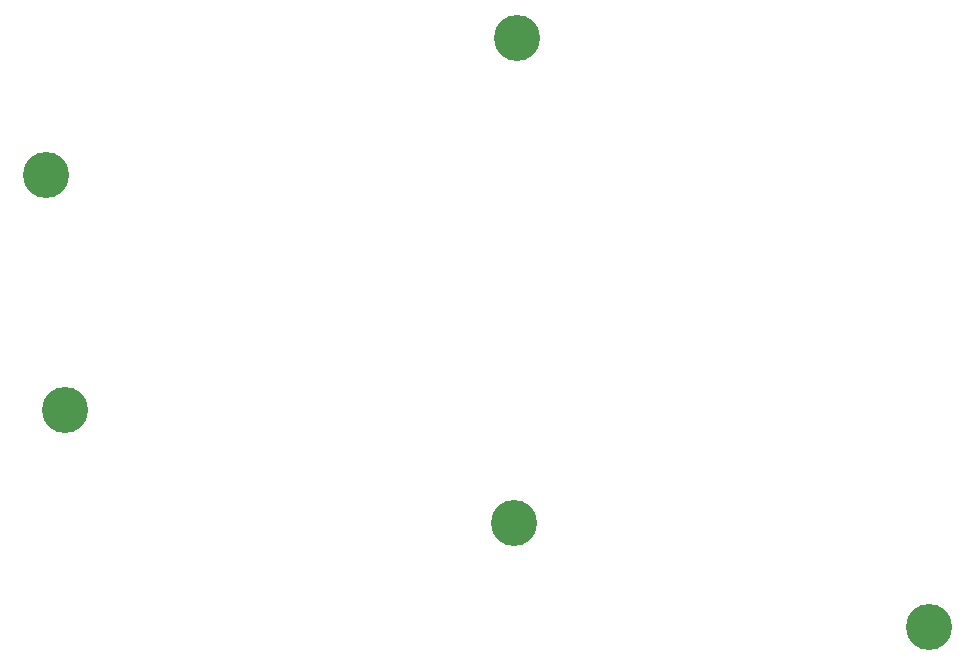
<source format=gbr>
%TF.GenerationSoftware,KiCad,Pcbnew,7.0.8*%
%TF.CreationDate,2023-11-06T14:20:59+01:00*%
%TF.ProjectId,bottom_choc,626f7474-6f6d-45f6-9368-6f632e6b6963,v1.0.0*%
%TF.SameCoordinates,Original*%
%TF.FileFunction,Soldermask,Top*%
%TF.FilePolarity,Negative*%
%FSLAX46Y46*%
G04 Gerber Fmt 4.6, Leading zero omitted, Abs format (unit mm)*
G04 Created by KiCad (PCBNEW 7.0.8) date 2023-11-06 14:20:59*
%MOMM*%
%LPD*%
G01*
G04 APERTURE LIST*
%ADD10C,3.900000*%
G04 APERTURE END LIST*
D10*
%TO.C,H1*%
X184910696Y-116851539D03*
%TD*%
%TO.C,H2*%
X186479065Y-136779562D03*
%TD*%
%TO.C,H3*%
X224735308Y-105294655D03*
%TD*%
%TO.C,H4*%
X224477561Y-146288789D03*
%TD*%
%TO.C,H5*%
X259645388Y-155143245D03*
%TD*%
M02*

</source>
